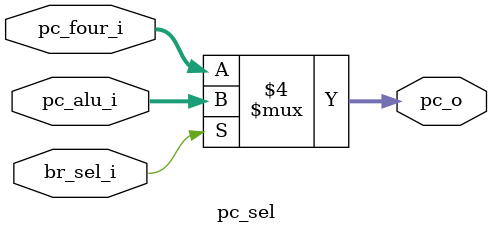
<source format=sv>
module pc_sel(
    // input
    input logic [31:0] pc_alu_i ,
    input logic [31:0] pc_four_i ,
    input logic br_sel_i ,

    // output
    output logic [31:0] pc_o 
) ; 
    always_comb begin 
        if( br_sel_i == 1'b0 ) begin
            pc_o = pc_four_i ;
        end else begin
            pc_o = pc_alu_i ; 
        end
    end
endmodule : pc_sel

</source>
